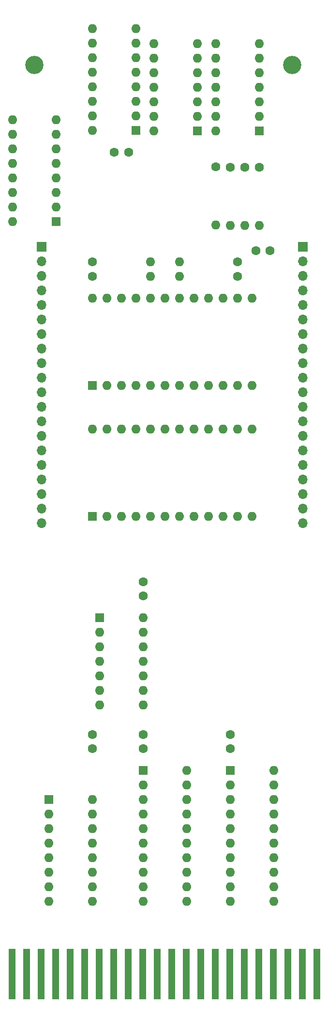
<source format=gbs>
G04 #@! TF.GenerationSoftware,KiCad,Pcbnew,(6.0.4)*
G04 #@! TF.CreationDate,2022-12-31T00:19:43-05:00*
G04 #@! TF.ProjectId,intellivision t-card replic,696e7465-6c6c-4697-9669-73696f6e2074,rev?*
G04 #@! TF.SameCoordinates,Original*
G04 #@! TF.FileFunction,Soldermask,Bot*
G04 #@! TF.FilePolarity,Negative*
%FSLAX46Y46*%
G04 Gerber Fmt 4.6, Leading zero omitted, Abs format (unit mm)*
G04 Created by KiCad (PCBNEW (6.0.4)) date 2022-12-31 00:19:43*
%MOMM*%
%LPD*%
G01*
G04 APERTURE LIST*
%ADD10C,1.600000*%
%ADD11O,1.600000X1.600000*%
%ADD12R,1.600000X1.600000*%
%ADD13R,1.700000X1.700000*%
%ADD14O,1.700000X1.700000*%
%ADD15C,3.200000*%
%ADD16R,1.270000X8.840000*%
G04 APERTURE END LIST*
D10*
X105405000Y-66082500D03*
D11*
X115565000Y-66082500D03*
D10*
X134615000Y-47032500D03*
D11*
X134615000Y-57192500D03*
D10*
X132075000Y-47032500D03*
D11*
X132075000Y-57192500D03*
D10*
X109240000Y-44450000D03*
X111740000Y-44450000D03*
D12*
X105405000Y-107992500D03*
D11*
X107945000Y-107992500D03*
X110485000Y-107992500D03*
X113025000Y-107992500D03*
X115565000Y-107992500D03*
X118105000Y-107992500D03*
X120645000Y-107992500D03*
X123185000Y-107992500D03*
X125725000Y-107992500D03*
X128265000Y-107992500D03*
X130805000Y-107992500D03*
X133345000Y-107992500D03*
X133345000Y-92752500D03*
X130805000Y-92752500D03*
X128265000Y-92752500D03*
X125725000Y-92752500D03*
X123185000Y-92752500D03*
X120645000Y-92752500D03*
X118105000Y-92752500D03*
X115565000Y-92752500D03*
X113025000Y-92752500D03*
X110485000Y-92752500D03*
X107945000Y-92752500D03*
X105405000Y-92752500D03*
D10*
X129540000Y-148590000D03*
X129540000Y-146090000D03*
D12*
X113015000Y-40640000D03*
D11*
X113015000Y-38100000D03*
X113015000Y-35560000D03*
X113015000Y-33020000D03*
X113015000Y-30480000D03*
X113015000Y-27940000D03*
X113015000Y-25400000D03*
X113015000Y-22860000D03*
X105395000Y-22860000D03*
X105395000Y-25400000D03*
X105395000Y-27940000D03*
X105395000Y-30480000D03*
X105395000Y-33020000D03*
X105395000Y-35560000D03*
X105395000Y-38100000D03*
X105395000Y-40640000D03*
D13*
X142240000Y-60960000D03*
D14*
X142240000Y-63500000D03*
X142240000Y-66040000D03*
X142240000Y-68580000D03*
X142240000Y-71120000D03*
X142240000Y-73660000D03*
X142240000Y-76200000D03*
X142240000Y-78740000D03*
X142240000Y-81280000D03*
X142240000Y-83820000D03*
X142240000Y-86360000D03*
X142240000Y-88900000D03*
X142240000Y-91440000D03*
X142240000Y-93980000D03*
X142240000Y-96520000D03*
X142240000Y-99060000D03*
X142240000Y-101600000D03*
X142240000Y-104140000D03*
X142240000Y-106680000D03*
X142240000Y-109220000D03*
D10*
X130805000Y-63542500D03*
D11*
X120645000Y-63542500D03*
D10*
X130805000Y-66082500D03*
D11*
X120645000Y-66082500D03*
D15*
X95250000Y-29210000D03*
D12*
X105410000Y-85132500D03*
D11*
X107950000Y-85132500D03*
X110490000Y-85132500D03*
X113030000Y-85132500D03*
X115570000Y-85132500D03*
X118110000Y-85132500D03*
X120650000Y-85132500D03*
X123190000Y-85132500D03*
X125730000Y-85132500D03*
X128270000Y-85132500D03*
X130810000Y-85132500D03*
X133350000Y-85132500D03*
X133350000Y-69892500D03*
X130810000Y-69892500D03*
X128270000Y-69892500D03*
X125730000Y-69892500D03*
X123190000Y-69892500D03*
X120650000Y-69892500D03*
X118110000Y-69892500D03*
X115570000Y-69892500D03*
X113030000Y-69892500D03*
X110490000Y-69892500D03*
X107950000Y-69892500D03*
X105410000Y-69892500D03*
D15*
X140335000Y-29210000D03*
D10*
X105410000Y-148570000D03*
X105410000Y-146070000D03*
D12*
X97790000Y-157480000D03*
D11*
X97790000Y-160020000D03*
X97790000Y-162560000D03*
X97790000Y-165100000D03*
X97790000Y-167640000D03*
X97790000Y-170180000D03*
X97790000Y-172720000D03*
X97790000Y-175260000D03*
X105410000Y-175260000D03*
X105410000Y-172720000D03*
X105410000Y-170180000D03*
X105410000Y-167640000D03*
X105410000Y-165100000D03*
X105410000Y-162560000D03*
X105410000Y-160020000D03*
X105410000Y-157480000D03*
D12*
X99017500Y-56525000D03*
D11*
X99017500Y-53985000D03*
X99017500Y-51445000D03*
X99017500Y-48905000D03*
X99017500Y-46365000D03*
X99017500Y-43825000D03*
X99017500Y-41285000D03*
X99017500Y-38745000D03*
X91397500Y-38745000D03*
X91397500Y-41285000D03*
X91397500Y-43825000D03*
X91397500Y-46365000D03*
X91397500Y-48905000D03*
X91397500Y-51445000D03*
X91397500Y-53985000D03*
X91397500Y-56525000D03*
D10*
X114300000Y-121900000D03*
X114300000Y-119400000D03*
D12*
X114300000Y-152400000D03*
D11*
X114300000Y-154940000D03*
X114300000Y-157480000D03*
X114300000Y-160020000D03*
X114300000Y-162560000D03*
X114300000Y-165100000D03*
X114300000Y-167640000D03*
X114300000Y-170180000D03*
X114300000Y-172720000D03*
X114300000Y-175260000D03*
X121920000Y-175260000D03*
X121920000Y-172720000D03*
X121920000Y-170180000D03*
X121920000Y-167640000D03*
X121920000Y-165100000D03*
X121920000Y-162560000D03*
X121920000Y-160020000D03*
X121920000Y-157480000D03*
X121920000Y-154940000D03*
X121920000Y-152400000D03*
D10*
X126995000Y-46990000D03*
D11*
X126995000Y-57150000D03*
D12*
X129540000Y-152400000D03*
D11*
X129540000Y-154940000D03*
X129540000Y-157480000D03*
X129540000Y-160020000D03*
X129540000Y-162560000D03*
X129540000Y-165100000D03*
X129540000Y-167640000D03*
X129540000Y-170180000D03*
X129540000Y-172720000D03*
X129540000Y-175260000D03*
X137160000Y-175260000D03*
X137160000Y-172720000D03*
X137160000Y-170180000D03*
X137160000Y-167640000D03*
X137160000Y-165100000D03*
X137160000Y-162560000D03*
X137160000Y-160020000D03*
X137160000Y-157480000D03*
X137160000Y-154940000D03*
X137160000Y-152400000D03*
D12*
X134605000Y-40645000D03*
D11*
X134605000Y-38105000D03*
X134605000Y-35565000D03*
X134605000Y-33025000D03*
X134605000Y-30485000D03*
X134605000Y-27945000D03*
X134605000Y-25405000D03*
X126985000Y-25405000D03*
X126985000Y-27945000D03*
X126985000Y-30485000D03*
X126985000Y-33025000D03*
X126985000Y-35565000D03*
X126985000Y-38105000D03*
X126985000Y-40645000D03*
D10*
X114300000Y-148590000D03*
X114300000Y-146090000D03*
D16*
X144665700Y-187960000D03*
X142125700Y-187960000D03*
X139585700Y-187960000D03*
X137045700Y-187960000D03*
X134505700Y-187960000D03*
X131965700Y-187960000D03*
X129425700Y-187960000D03*
X126885700Y-187960000D03*
X124345700Y-187960000D03*
X121805700Y-187960000D03*
X119265700Y-187960000D03*
X116725700Y-187960000D03*
X114185700Y-187960000D03*
X111645700Y-187960000D03*
X109105700Y-187960000D03*
X106565700Y-187960000D03*
X104025700Y-187960000D03*
X101485700Y-187960000D03*
X98945700Y-187960000D03*
X96405700Y-187960000D03*
X93865700Y-187960000D03*
X91325700Y-187960000D03*
D10*
X136485000Y-61595000D03*
X133985000Y-61595000D03*
D13*
X96520000Y-60960000D03*
D14*
X96520000Y-63500000D03*
X96520000Y-66040000D03*
X96520000Y-68580000D03*
X96520000Y-71120000D03*
X96520000Y-73660000D03*
X96520000Y-76200000D03*
X96520000Y-78740000D03*
X96520000Y-81280000D03*
X96520000Y-83820000D03*
X96520000Y-86360000D03*
X96520000Y-88900000D03*
X96520000Y-91440000D03*
X96520000Y-93980000D03*
X96520000Y-96520000D03*
X96520000Y-99060000D03*
X96520000Y-101600000D03*
X96520000Y-104140000D03*
X96520000Y-106680000D03*
X96520000Y-109220000D03*
D10*
X105405000Y-63542500D03*
D11*
X115565000Y-63542500D03*
D12*
X106680000Y-125730000D03*
D11*
X106680000Y-128270000D03*
X106680000Y-130810000D03*
X106680000Y-133350000D03*
X106680000Y-135890000D03*
X106680000Y-138430000D03*
X106680000Y-140970000D03*
X114300000Y-140970000D03*
X114300000Y-138430000D03*
X114300000Y-135890000D03*
X114300000Y-133350000D03*
X114300000Y-130810000D03*
X114300000Y-128270000D03*
X114300000Y-125730000D03*
D10*
X129535000Y-47032500D03*
D11*
X129535000Y-57192500D03*
D12*
X123800000Y-40645000D03*
D11*
X123800000Y-38105000D03*
X123800000Y-35565000D03*
X123800000Y-33025000D03*
X123800000Y-30485000D03*
X123800000Y-27945000D03*
X123800000Y-25405000D03*
X116180000Y-25405000D03*
X116180000Y-27945000D03*
X116180000Y-30485000D03*
X116180000Y-33025000D03*
X116180000Y-35565000D03*
X116180000Y-38105000D03*
X116180000Y-40645000D03*
M02*

</source>
